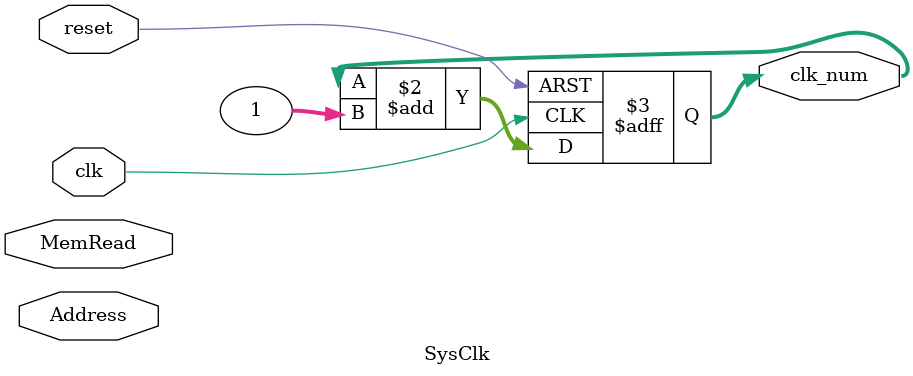
<source format=v>
`timescale 1ns / 1ps


module SysClk(clk, reset, Address, MemRead, clk_num
    );
    input clk,reset,MemRead;
    input [31:0] Address;
    output reg [31:0] clk_num;
    always @(posedge reset or posedge clk)
    if (reset)
       clk_num <= 32'h00000000;
    else
       clk_num <= clk_num+1;
endmodule

</source>
